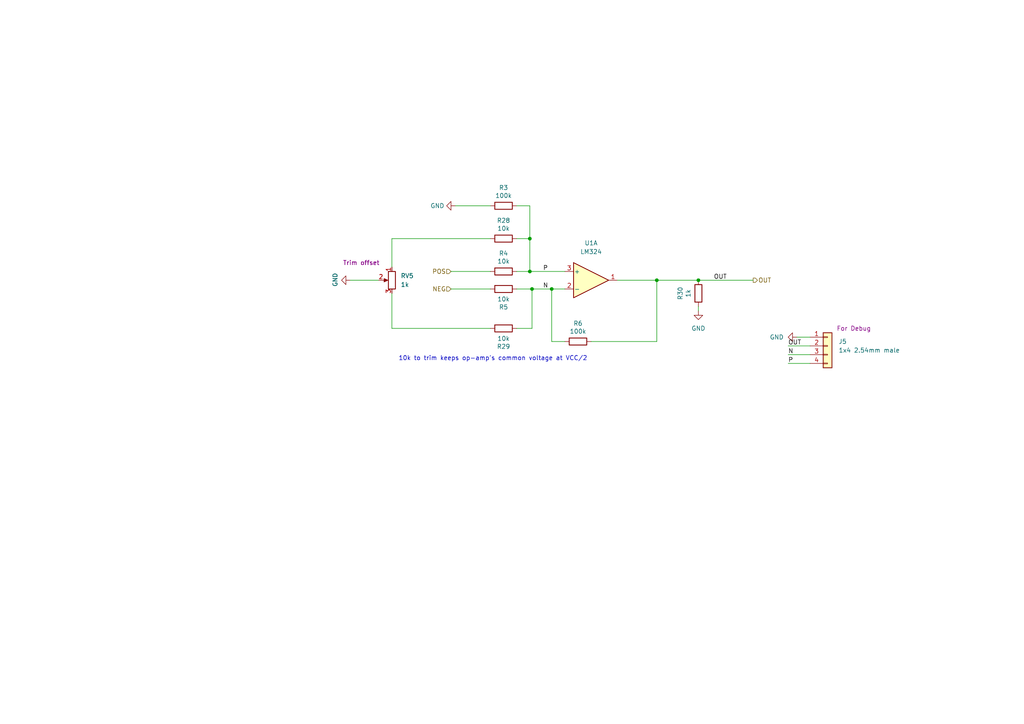
<source format=kicad_sch>
(kicad_sch (version 20211123) (generator eeschema)
  (paper "A4")
  (lib_symbols
    (symbol "Amplifier_Operational:LM324" (pin_names (offset 0.127))
      (property "Reference" "U" (at 0 5.08 0))
      (property "Value" "LM324" (at 0 -5.08 0))
      (symbol "LM324_1_1"
        (polyline (pts (xy -5.08 5.08) (xy 5.08 0) (xy -5.08 -5.08) (xy -5.08 5.08)) (stroke (width 0.254)) (fill (type background)))
        (pin output line (at 7.62 0 180) (length 2.54) (name "~") (number "1"))
        (pin input line (at -7.62 -2.54 0) (length 2.54) (name "-") (number "2"))
        (pin input line (at -7.62 2.54 0) (length 2.54) (name "+") (number "3"))
      )
      (symbol "LM324_2_1"
        (polyline (pts (xy -5.08 5.08) (xy 5.08 0) (xy -5.08 -5.08) (xy -5.08 5.08)) (stroke (width 0.254)) (fill (type background)))
        (pin input line (at -7.62 2.54 0) (length 2.54) (name "+") (number "5"))
        (pin input line (at -7.62 -2.54 0) (length 2.54) (name "-") (number "6"))
        (pin output line (at 7.62 0 180) (length 2.54) (name "~") (number "7"))
      )
      (symbol "LM324_3_1"
        (polyline (pts (xy -5.08 5.08) (xy 5.08 0) (xy -5.08 -5.08) (xy -5.08 5.08)) (stroke (width 0.254)) (fill (type background)))
        (pin input line (at -7.62 2.54 0) (length 2.54) (name "+") (number "10"))
        (pin output line (at 7.62 0 180) (length 2.54) (name "~") (number "8"))
        (pin input line (at -7.62 -2.54 0) (length 2.54) (name "-") (number "9"))
      )
      (symbol "LM324_4_1"
        (polyline (pts (xy -5.08 5.08) (xy 5.08 0) (xy -5.08 -5.08) (xy -5.08 5.08)) (stroke (width 0.254)) (fill (type background)))
        (pin input line (at -7.62 2.54 0) (length 2.54) (name "+") (number "12"))
        (pin input line (at -7.62 -2.54 0) (length 2.54) (name "-") (number "13"))
        (pin output line (at 7.62 0 180) (length 2.54) (name "~") (number "14"))
      )
      (symbol "LM324_5_1"
        (pin power_in line (at -2.54 -7.62 90) (length 3.81) (name "V-") (number "11"))
        (pin power_in line (at -2.54 7.62 270) (length 3.81) (name "V+") (number "4"))
      )
    )
    (symbol "Connector_Generic:Conn_01x04" (pin_names (offset 1.016) hide)
      (property "Reference" "J" (at 0 5.08 0))
      (property "Value" "Conn_01x04" (at 0 -7.62 0))
      (symbol "Conn_01x04_1_1"
        (rectangle (start -1.27 -4.953) (end 0 -5.207) (stroke (width 0.1524)))
        (rectangle (start -1.27 -2.413) (end 0 -2.667) (stroke (width 0.1524)))
        (rectangle (start -1.27 0.127) (end 0 -0.127) (stroke (width 0.1524)))
        (rectangle (start -1.27 2.667) (end 0 2.413) (stroke (width 0.1524)))
        (rectangle (start -1.27 3.81) (end 1.27 -6.35) (stroke (width 0.254)) (fill (type background)))
        (pin passive line (at -5.08 2.54 0) (length 3.81) (name "Pin_1") (number "1"))
        (pin passive line (at -5.08 0 0) (length 3.81) (name "Pin_2") (number "2"))
        (pin passive line (at -5.08 -2.54 0) (length 3.81) (name "Pin_3") (number "3"))
        (pin passive line (at -5.08 -5.08 0) (length 3.81) (name "Pin_4") (number "4"))
      )
    )
    (symbol "Device:R" (pin_numbers hide) (pin_names (offset 0))
      (property "Reference" "R" (at 2.032 0 90))
      (property "Value" "R" (at 0 0 90))
      (symbol "R_0_1"
        (rectangle (start -1.016 -2.54) (end 1.016 2.54) (stroke (width 0.254)))
      )
      (symbol "R_1_1"
        (pin passive line (at 0 3.81 270) (length 1.27) (name "~") (number "1"))
        (pin passive line (at 0 -3.81 90) (length 1.27) (name "~") (number "2"))
      )
    )
    (symbol "Device:R_Potentiometer" (pin_names (offset 1.016) hide)
      (property "Reference" "RV" (at -4.445 0 90))
      (property "Value" "R_Potentiometer" (at -2.54 0 90))
      (symbol "R_Potentiometer_0_1"
        (polyline (pts (xy 2.54 0) (xy 1.524 0)))
        (polyline (pts (xy 1.143 0) (xy 2.286 0.508) (xy 2.286 -0.508) (xy 1.143 0)) (fill (type outline)))
        (rectangle (start 1.016 2.54) (end -1.016 -2.54) (stroke (width 0.254)))
      )
      (symbol "R_Potentiometer_1_1"
        (pin passive line (at 0 3.81 270) (length 1.27) (name "1") (number "1"))
        (pin passive line (at 3.81 0 180) (length 1.27) (name "2") (number "2"))
        (pin passive line (at 0 -3.81 90) (length 1.27) (name "3") (number "3"))
      )
    )
    (symbol "power:GND" (power) (pin_names (offset 0))
      (property "Value" "GND" (at 0 -3.81 0))
      (symbol "GND_0_1"
        (polyline (pts (xy 0 0) (xy 0 -1.27) (xy 1.27 -1.27) (xy 0 -2.54) (xy -1.27 -1.27) (xy 0 -1.27)))
      )
      (symbol "GND_1_1"
        (pin power_in line (at 0 0 270) (length 0) hide (name "GND") (number "1"))
      )
    )
  )
  (junction (at 202.565 81.28))
  (junction (at 153.67 78.74))
  (junction (at 190.5 81.28))
  (junction (at 153.67 69.215))
  (junction (at 154.305 83.82))
  (junction (at 160.02 83.82))
  (wire (pts (xy 160.02 83.82) (xy 160.02 99.06)))
  (wire (pts (xy 153.67 78.74) (xy 149.86 78.74)))
  (wire (pts (xy 202.565 81.28) (xy 218.44 81.28)))
  (wire (pts (xy 149.86 59.69) (xy 153.67 59.69)))
  (wire (pts (xy 190.5 81.28) (xy 202.565 81.28)))
  (wire (pts (xy 130.81 78.74) (xy 142.24 78.74)))
  (wire (pts (xy 153.67 69.215) (xy 153.67 78.74)))
  (wire (pts (xy 234.95 97.79) (xy 231.14 97.79)))
  (wire (pts (xy 149.86 95.25) (xy 154.305 95.25)))
  (wire (pts (xy 154.305 83.82) (xy 160.02 83.82)))
  (wire (pts (xy 160.02 99.06) (xy 163.83 99.06)))
  (wire (pts (xy 113.665 69.215) (xy 142.24 69.215)))
  (wire (pts (xy 179.07 81.28) (xy 190.5 81.28)))
  (wire (pts (xy 113.665 69.215) (xy 113.665 77.47)))
  (wire (pts (xy 149.86 83.82) (xy 154.305 83.82)))
  (wire (pts (xy 153.67 78.74) (xy 163.83 78.74)))
  (wire (pts (xy 190.5 99.06) (xy 190.5 81.28)))
  (wire (pts (xy 132.08 59.69) (xy 142.24 59.69)))
  (wire (pts (xy 160.02 83.82) (xy 163.83 83.82)))
  (wire (pts (xy 171.45 99.06) (xy 190.5 99.06)))
  (wire (pts (xy 101.6 81.28) (xy 109.855 81.28)))
  (wire (pts (xy 153.67 59.69) (xy 153.67 69.215)))
  (wire (pts (xy 149.86 69.215) (xy 153.67 69.215)))
  (wire (pts (xy 228.6 100.33) (xy 234.95 100.33)))
  (wire (pts (xy 130.81 83.82) (xy 142.24 83.82)))
  (wire (pts (xy 202.565 88.9) (xy 202.565 90.17)))
  (wire (pts (xy 228.6 105.41) (xy 234.95 105.41)))
  (wire (pts (xy 154.305 95.25) (xy 154.305 83.82)))
  (wire (pts (xy 228.6 102.87) (xy 234.95 102.87)))
  (wire (pts (xy 113.665 95.25) (xy 142.24 95.25)))
  (wire (pts (xy 113.665 85.09) (xy 113.665 95.25)))
  (text "10k to trim keeps op-amp's common voltage at VCC/2" (at 115.57 104.775 0) (effects (font (size 1.27 1.27)) (justify left bottom)))
  (label "P" (at 228.6 105.41 0))
  (label "N" (at 228.6 102.87 0))
  (label "P" (at 157.48 78.74 0))
  (label "OUT" (at 207.01 81.28 0))
  (label "N" (at 157.48 83.82 0))
  (label "OUT" (at 228.6 100.33 0))
  (hierarchical_label "NEG" (shape input) (at 130.81 83.82 180))
  (hierarchical_label "POS" (shape input) (at 130.81 78.74 180))
  (hierarchical_label "OUT" (shape output) (at 218.44 81.28 0))
  (symbol (lib_id "power:GND") (at 132.08 59.69 270) (unit 1)
    (property "Reference" "#PWR0101" (effects hide))
    (property "Value" "GND" (at 128.905 59.6899 90) (effects (justify right)))
  )
  (symbol (lib_id "Amplifier_Operational:LM324") (at 171.45 81.28 0) (unit 1)
    (property "Reference" "U1" (at 171.45 70.485 0))
    (property "Value" "LM324" (at 171.45 73.025 0))
    (property "Footprint" "Package_DIP:DIP-14_W7.62mm" (effects hide))
    (property "Datasheet" "http://www.ti.com/lit/ds/symlink/lm2902-n.pdf" (effects hide))
  )
  (symbol (lib_id "Device:R") (at 146.05 95.25 270) (mirror x) (unit 1)
    (property "Reference" "R29" (at 146.05 100.5078 90))
    (property "Value" "10k" (at 146.05 98.1964 90))
    (property "Footprint" "For_Rasterboard:R_Axial_DIN0207_L6.3mm_D2.5mm_Pinf_Vertical" (effects hide))
  )
  (symbol (lib_id "Device:R_Potentiometer") (at 113.665 81.28 0) (mirror y) (unit 1)
    (property "Reference" "RV5" (at 116.205 80.0099 0) (effects (justify right)))
    (property "Value" "1k" (at 116.205 82.5499 0) (effects (justify right)))
    (property "Footprint" "Potentiometer_THT:Potentiometer_Piher_PT-10-V10_Vertical" (effects hide))
    (property "Comment" "Trim offset" (at 104.775 76.2 0))
  )
  (symbol (lib_id "power:GND") (at 231.14 97.79 270) (mirror x) (unit 1)
    (property "Reference" "#PWR0102" (effects hide))
    (property "Value" "GND" (at 227.33 97.7899 90) (effects (justify right)))
  )
  (symbol (lib_id "power:GND") (at 101.6 81.28 270) (mirror x) (unit 1)
    (property "Reference" "#PWR015" (effects hide))
    (property "Value" "GND" (at 97.2058 81.153 0))
  )
  (symbol (lib_id "Connector_Generic:Conn_01x04") (at 240.03 100.33 0) (unit 1)
    (property "Reference" "J5" (at 243.205 99.0599 0) (effects (justify left)))
    (property "Value" "1x4 2.54mm male" (at 243.205 101.5999 0) (effects (justify left)))
    (property "Footprint" "Connector_PinHeader_2.54mm:PinHeader_1x04_P2.54mm_Vertical" (effects hide))
    (property "Comment" "For Debug" (at 247.65 95.25 0))
  )
  (symbol (lib_id "power:GND") (at 202.565 90.17 0) (unit 1)
    (property "Reference" "#PWR030" (effects hide))
    (property "Value" "GND" (at 202.565 95.25 0))
  )
  (symbol (lib_id "Device:R") (at 146.05 69.215 90) (mirror x) (unit 1)
    (property "Reference" "R28" (at 146.05 63.9572 90))
    (property "Value" "10k" (at 146.05 66.2686 90))
    (property "Footprint" "For_Rasterboard:R_Axial_DIN0207_L6.3mm_D2.5mm_Pinf_Vertical" (effects hide))
  )
  (symbol (lib_id "Device:R") (at 202.565 85.09 0) (unit 1)
    (property "Reference" "R30" (at 197.3072 85.09 90))
    (property "Value" "1k" (at 199.6186 85.09 90))
    (property "Footprint" "For_Rasterboard:R_Axial_DIN0207_L6.3mm_D2.5mm_Pinf_Vertical" (effects hide))
  )
  (symbol (lib_id "Device:R") (at 146.05 83.82 270) (mirror x) (unit 1)
    (property "Reference" "R5" (at 146.05 89.0778 90))
    (property "Value" "10k" (at 146.05 86.7664 90))
    (property "Footprint" "Resistor_THT:R_Axial_DIN0207_L6.3mm_D2.5mm_P2.54mm_Vertical" (effects hide))
  )
  (symbol (lib_id "Device:R") (at 167.64 99.06 270) (unit 1)
    (property "Reference" "R6" (at 167.64 93.8022 90))
    (property "Value" "100k" (at 167.64 96.1136 90))
    (property "Footprint" "For_Rasterboard:R_Axial_DIN0207_L6.3mm_D2.5mm_P2.54mm_Vertical" (effects hide))
  )
  (symbol (lib_id "Device:R") (at 146.05 59.69 90) (mirror x) (unit 1)
    (property "Reference" "R3" (at 146.05 54.4322 90))
    (property "Value" "100k" (at 146.05 56.7436 90))
    (property "Footprint" "For_Rasterboard:R_Axial_DIN0207_L6.3mm_D2.5mm_P7.62mm_Horizontal" (effects hide))
  )
  (symbol (lib_id "Device:R") (at 146.05 78.74 90) (mirror x) (unit 1)
    (property "Reference" "R4" (at 146.05 73.4822 90))
    (property "Value" "10k" (at 146.05 75.7936 90))
    (property "Footprint" "For_Rasterboard:R_Axial_DIN0207_L6.3mm_D2.5mm_P12.70mm_Horizontal" (effects hide))
  )
)
</source>
